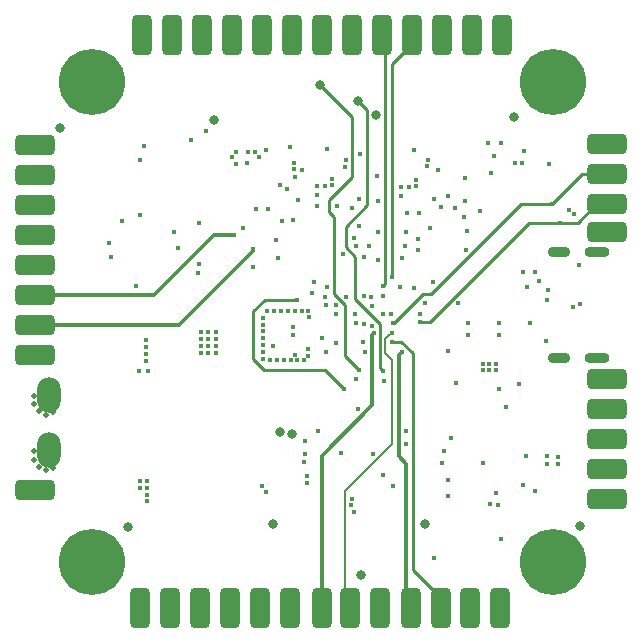
<source format=gbr>
%TF.GenerationSoftware,KiCad,Pcbnew,7.0.8*%
%TF.CreationDate,2024-02-20T09:26:03+00:00*%
%TF.ProjectId,CuttleBoard_8Layers,43757474-6c65-4426-9f61-72645f384c61,rev?*%
%TF.SameCoordinates,Original*%
%TF.FileFunction,Copper,L7,Inr*%
%TF.FilePolarity,Positive*%
%FSLAX46Y46*%
G04 Gerber Fmt 4.6, Leading zero omitted, Abs format (unit mm)*
G04 Created by KiCad (PCBNEW 7.0.8) date 2024-02-20 09:26:03*
%MOMM*%
%LPD*%
G01*
G04 APERTURE LIST*
G04 Aperture macros list*
%AMRoundRect*
0 Rectangle with rounded corners*
0 $1 Rounding radius*
0 $2 $3 $4 $5 $6 $7 $8 $9 X,Y pos of 4 corners*
0 Add a 4 corners polygon primitive as box body*
4,1,4,$2,$3,$4,$5,$6,$7,$8,$9,$2,$3,0*
0 Add four circle primitives for the rounded corners*
1,1,$1+$1,$2,$3*
1,1,$1+$1,$4,$5*
1,1,$1+$1,$6,$7*
1,1,$1+$1,$8,$9*
0 Add four rect primitives between the rounded corners*
20,1,$1+$1,$2,$3,$4,$5,0*
20,1,$1+$1,$4,$5,$6,$7,0*
20,1,$1+$1,$6,$7,$8,$9,0*
20,1,$1+$1,$8,$9,$2,$3,0*%
G04 Aperture macros list end*
%TA.AperFunction,CastellatedPad*%
%ADD10RoundRect,0.425000X-0.425000X-1.275000X0.425000X-1.275000X0.425000X1.275000X-0.425000X1.275000X0*%
%TD*%
%TA.AperFunction,CastellatedPad*%
%ADD11RoundRect,0.425000X0.425000X1.275000X-0.425000X1.275000X-0.425000X-1.275000X0.425000X-1.275000X0*%
%TD*%
%TA.AperFunction,ComponentPad*%
%ADD12C,5.600000*%
%TD*%
%TA.AperFunction,CastellatedPad*%
%ADD13RoundRect,0.425000X1.275000X-0.425000X1.275000X0.425000X-1.275000X0.425000X-1.275000X-0.425000X0*%
%TD*%
%TA.AperFunction,CastellatedPad*%
%ADD14RoundRect,0.425000X-1.275000X0.425000X-1.275000X-0.425000X1.275000X-0.425000X1.275000X0.425000X0*%
%TD*%
%TA.AperFunction,ComponentPad*%
%ADD15C,0.500000*%
%TD*%
%TA.AperFunction,ComponentPad*%
%ADD16O,2.000000X3.000000*%
%TD*%
%TA.AperFunction,ComponentPad*%
%ADD17O,2.108200X0.914400*%
%TD*%
%TA.AperFunction,ComponentPad*%
%ADD18O,1.905000X0.914400*%
%TD*%
%TA.AperFunction,ViaPad*%
%ADD19C,0.450000*%
%TD*%
%TA.AperFunction,ViaPad*%
%ADD20C,0.800000*%
%TD*%
%TA.AperFunction,Conductor*%
%ADD21C,0.250000*%
%TD*%
%TA.AperFunction,Conductor*%
%ADD22C,0.300000*%
%TD*%
%TA.AperFunction,Conductor*%
%ADD23C,0.200000*%
%TD*%
G04 APERTURE END LIST*
D10*
%TO.N,+5V*%
%TO.C,5V*%
X135240000Y-74772600D03*
D11*
X135240000Y-74772800D03*
%TD*%
D12*
%TO.N,GND*%
%TO.C,H4*%
X142100000Y-78700000D03*
%TD*%
D10*
%TO.N,GND*%
%TO.C,GND*%
X127508000Y-123222100D03*
D11*
X127508000Y-123222300D03*
%TD*%
D13*
%TO.N,GND*%
%TO.C,TP28*%
X98289800Y-101840000D03*
D14*
X98290000Y-101840000D03*
%TD*%
D13*
%TO.N,GND*%
%TO.C,GND*%
X146699800Y-106380000D03*
D14*
X146700000Y-106380000D03*
%TD*%
D10*
%TO.N,+12V*%
%TO.C,12V*%
X107188000Y-123222100D03*
D11*
X107188000Y-123222300D03*
%TD*%
D10*
%TO.N,GND*%
%TO.C,GND*%
X109728000Y-123222100D03*
D11*
X109728000Y-123222300D03*
%TD*%
D10*
%TO.N,UART9_TX*%
%TO.C,TX*%
X124968000Y-123222100D03*
D11*
X124968000Y-123222300D03*
%TD*%
D10*
%TO.N,GND*%
%TO.C,GND*%
X114808000Y-123222100D03*
D11*
X114808000Y-123222300D03*
%TD*%
D13*
%TO.N,+5V*%
%TO.C,5V*%
X146699800Y-103840000D03*
D14*
X146700000Y-103840000D03*
%TD*%
D10*
%TO.N,+12V*%
%TO.C,12V*%
X107300000Y-74765500D03*
D11*
X107300000Y-74765700D03*
%TD*%
D10*
%TO.N,I2C1_SCL*%
%TO.C,SCL*%
X120000000Y-74778100D03*
D11*
X120000000Y-74778300D03*
%TD*%
D13*
%TO.N,SWDIO*%
%TO.C,CLK*%
X146702900Y-111460000D03*
D14*
X146703100Y-111460000D03*
%TD*%
D13*
%TO.N,GND*%
%TO.C,GND*%
X98289800Y-86600000D03*
D14*
X98290000Y-86600000D03*
%TD*%
D10*
%TO.N,GND*%
%TO.C,GND*%
X137780000Y-74782900D03*
D11*
X137780000Y-74783100D03*
%TD*%
D13*
%TO.N,SWDCLK*%
%TO.C,IO*%
X146700000Y-114000000D03*
D14*
X146700200Y-114000000D03*
%TD*%
D13*
%TO.N,I2C4_SCL*%
%TO.C,SCL*%
X98289800Y-96760000D03*
D14*
X98290000Y-96760000D03*
%TD*%
D15*
%TO.N,/Coil+*%
%TO.C,TP1*%
X99200000Y-111600000D03*
X99800000Y-111400000D03*
X98600000Y-111300000D03*
X98200000Y-110700000D03*
X98200000Y-110000000D03*
D16*
X99400000Y-109900000D03*
%TD*%
D10*
%TO.N,UART4_RX*%
%TO.C,RX*%
X127620000Y-74772600D03*
D11*
X127620000Y-74772800D03*
%TD*%
D13*
%TO.N,I2C4_SDA*%
%TO.C,SDA*%
X98289800Y-99300000D03*
D14*
X98290000Y-99300000D03*
%TD*%
D13*
%TO.N,UART7_RX*%
%TO.C,RX*%
X98289800Y-89140000D03*
D14*
X98290000Y-89140000D03*
%TD*%
D10*
%TO.N,UART3_TX*%
%TO.C,RX*%
X130050000Y-123220000D03*
D11*
X130050000Y-123220200D03*
%TD*%
D13*
%TO.N,NRST*%
%TO.C,NRST*%
X146699800Y-108920000D03*
D14*
X146700000Y-108920000D03*
%TD*%
D10*
%TO.N,GND*%
%TO.C,GND*%
X132700000Y-74772600D03*
D11*
X132700000Y-74772800D03*
%TD*%
D17*
%TO.N,N/C*%
%TO.C,J1*%
X145847200Y-93150000D03*
X145847200Y-102050000D03*
D18*
X142647199Y-93150000D03*
X142647199Y-102050000D03*
%TD*%
D13*
%TO.N,I2C3_SDA*%
%TO.C,SDA*%
X146706000Y-86495000D03*
D14*
X146706200Y-86495000D03*
%TD*%
D10*
%TO.N,+5V*%
%TO.C,5V*%
X137668000Y-123216400D03*
D11*
X137668000Y-123216600D03*
%TD*%
D12*
%TO.N,GND*%
%TO.C,H3*%
X103100000Y-78700000D03*
%TD*%
D15*
%TO.N,/BattPad-*%
%TO.C,TP2*%
X99200000Y-106900000D03*
X99800000Y-106700000D03*
X98600000Y-106600000D03*
X98200000Y-106000000D03*
X98200000Y-105300000D03*
D16*
X99400000Y-105200000D03*
%TD*%
D10*
%TO.N,GND*%
%TO.C,GND*%
X119888000Y-123222100D03*
D11*
X119888000Y-123222300D03*
%TD*%
D13*
%TO.N,GND*%
%TO.C,TP29*%
X98289800Y-94220000D03*
D14*
X98290000Y-94220000D03*
%TD*%
D10*
%TO.N,UART9_RX*%
%TO.C,RX*%
X122521800Y-123222100D03*
D11*
X122521800Y-123222300D03*
%TD*%
D13*
%TO.N,UART7_TX*%
%TO.C,TX*%
X98289800Y-91680000D03*
D14*
X98290000Y-91680000D03*
%TD*%
D10*
%TO.N,+3V3*%
%TO.C,3.3V*%
X117348000Y-123222100D03*
D11*
X117348000Y-123222300D03*
%TD*%
D10*
%TO.N,GND*%
%TO.C,GND*%
X125080000Y-74779300D03*
D11*
X125080000Y-74779500D03*
%TD*%
D12*
%TO.N,GND*%
%TO.C,H2*%
X103100000Y-119400000D03*
%TD*%
D13*
%TO.N,I2C3_SCL*%
%TO.C,SCL*%
X146706000Y-89035000D03*
D14*
X146706200Y-89035000D03*
%TD*%
%TO.N,GND*%
%TO.C,GND*%
X146710200Y-91440000D03*
D13*
X146710000Y-91440000D03*
%TD*%
D10*
%TO.N,GND*%
%TO.C,GND*%
X117460000Y-74771400D03*
D11*
X117460000Y-74771600D03*
%TD*%
D10*
%TO.N,I2C1_SDA*%
%TO.C,SDA*%
X122540000Y-74778100D03*
D11*
X122540000Y-74778300D03*
%TD*%
D10*
%TO.N,+3V3*%
%TO.C,3.3V*%
X112380000Y-74765500D03*
D11*
X112380000Y-74765700D03*
%TD*%
D10*
%TO.N,+3V3*%
%TO.C,3.3V*%
X114920000Y-74765500D03*
D11*
X114920000Y-74765700D03*
%TD*%
D13*
%TO.N,+3V3*%
%TO.C,3.3V*%
X98289800Y-84060000D03*
D14*
X98290000Y-84060000D03*
%TD*%
D10*
%TO.N,UART3_RX*%
%TO.C,TX*%
X132590000Y-123220000D03*
D11*
X132590000Y-123220200D03*
%TD*%
D13*
%TO.N,GND*%
%TO.C,GND*%
X98289800Y-113300000D03*
D14*
X98290000Y-113300000D03*
%TD*%
D13*
%TO.N,GND*%
%TO.C,GND*%
X146702900Y-83960000D03*
D14*
X146703100Y-83960000D03*
%TD*%
D10*
%TO.N,+3V3*%
%TO.C,3.3V*%
X112268000Y-123222100D03*
D11*
X112268000Y-123222300D03*
%TD*%
D10*
%TO.N,GND*%
%TO.C,GND*%
X135128000Y-123216400D03*
D11*
X135128000Y-123216600D03*
%TD*%
D12*
%TO.N,GND*%
%TO.C,H1*%
X142100000Y-119400000D03*
%TD*%
D10*
%TO.N,UART4_TX*%
%TO.C,TX*%
X130160000Y-74766700D03*
D11*
X130160000Y-74766900D03*
%TD*%
D10*
%TO.N,GND*%
%TO.C,GND*%
X109840000Y-74765500D03*
D11*
X109840000Y-74765700D03*
%TD*%
D19*
%TO.N,GND*%
X125225000Y-115100000D03*
X117000000Y-89450000D03*
X124160000Y-110150000D03*
X144300000Y-94250000D03*
X131278571Y-97424897D03*
X120500000Y-88700000D03*
X118152800Y-102300000D03*
X107105000Y-112490000D03*
X112925000Y-99925000D03*
X107105000Y-113070000D03*
X115250000Y-85675000D03*
X112925000Y-100505000D03*
X117575400Y-99840600D03*
X137300000Y-113550000D03*
X138900000Y-85600000D03*
X123830000Y-89200002D03*
X142550000Y-110450000D03*
X124550000Y-85350000D03*
X121480000Y-98590000D03*
X123000000Y-84400000D03*
X141600000Y-110400000D03*
X118732800Y-102300000D03*
X141600000Y-111025000D03*
X124475000Y-85900000D03*
X136800000Y-114450000D03*
X121052800Y-102300000D03*
X140600000Y-94800000D03*
X121900000Y-95650000D03*
X129650000Y-108250000D03*
X112300000Y-99925000D03*
X107730000Y-112490000D03*
X141500000Y-100650000D03*
X136900000Y-86400000D03*
X121000000Y-110900000D03*
X134900000Y-99100000D03*
X139700000Y-84600000D03*
X117575400Y-101000600D03*
X134900000Y-100100000D03*
X104492500Y-92350000D03*
X132750000Y-110950000D03*
X119672800Y-98120000D03*
X133475000Y-108900000D03*
X105600000Y-90450000D03*
X107730000Y-114230000D03*
X123725000Y-100800000D03*
X111500000Y-83650000D03*
X113550000Y-100505000D03*
X125100000Y-114000000D03*
X127280000Y-88760000D03*
X120100000Y-99500000D03*
X107730000Y-113070000D03*
X121075000Y-110200000D03*
X120200000Y-85600000D03*
X130350000Y-84500000D03*
X136200000Y-110970000D03*
X107625000Y-100600000D03*
X120900000Y-86150000D03*
X107625000Y-102340000D03*
X119892800Y-102300000D03*
X122100000Y-89200000D03*
X117575400Y-102160600D03*
X120250000Y-101825000D03*
X107625000Y-101760000D03*
X117930000Y-98120000D03*
X106792500Y-96025000D03*
X120200000Y-86100000D03*
X107850000Y-103225000D03*
X118000000Y-89450000D03*
X126105393Y-96808299D03*
X137500000Y-99100000D03*
X131980000Y-95650000D03*
X137450000Y-114500000D03*
X140200000Y-99150000D03*
X112300000Y-101665000D03*
X118510000Y-98120000D03*
X131475000Y-85875000D03*
X132340000Y-86190000D03*
X118380000Y-101100000D03*
X104717500Y-93550000D03*
X113550000Y-101665000D03*
X117575400Y-101580600D03*
X119312800Y-102300000D03*
X122250000Y-108249998D03*
X120252800Y-98120000D03*
X127280000Y-91460000D03*
X112150000Y-90700000D03*
X120300000Y-86800000D03*
X112300000Y-100505000D03*
X132850000Y-109950000D03*
X117800000Y-113400000D03*
X120832800Y-98120000D03*
X117575400Y-100420600D03*
X107025000Y-103225000D03*
X127175000Y-86650000D03*
X129640000Y-91450000D03*
X134540000Y-90160000D03*
X121412800Y-101330000D03*
X112925000Y-101085000D03*
X125025000Y-114525000D03*
X120472800Y-102300000D03*
X121412800Y-101910000D03*
X137700000Y-83900000D03*
X116750000Y-94350000D03*
X131550000Y-85325000D03*
X137500000Y-100100000D03*
X122820529Y-96910948D03*
X112093940Y-94859402D03*
X139850000Y-110370000D03*
X112300000Y-101085000D03*
X112925000Y-101665000D03*
X117500000Y-112900000D03*
X107730000Y-113650000D03*
X139900000Y-96100000D03*
X142550000Y-111025000D03*
X121075000Y-109150000D03*
X121340000Y-98140000D03*
X115300000Y-84624500D03*
X117840000Y-84500000D03*
X136600000Y-83900000D03*
X134719738Y-92919738D03*
X117575400Y-99260600D03*
X119090000Y-98120000D03*
X127740000Y-98400000D03*
X129725000Y-89775500D03*
X114900000Y-85100000D03*
X137100000Y-85000000D03*
X117580000Y-98680000D03*
X113550000Y-101085000D03*
X129650000Y-109400000D03*
X129570000Y-92640000D03*
X139500000Y-85600000D03*
X130750000Y-89775000D03*
X133860000Y-104230000D03*
X126900000Y-110200000D03*
X113550000Y-99925000D03*
X125400175Y-99149771D03*
X125800000Y-84799998D03*
X120100000Y-100100000D03*
X107625000Y-101180000D03*
X141800000Y-85700000D03*
%TO.N,Net-(U1-EN)*%
X133250000Y-113800000D03*
X139600000Y-112800000D03*
X133250000Y-112450000D03*
%TO.N,Net-(C11-Pad1)*%
X138100000Y-106270000D03*
X140610000Y-113375500D03*
%TO.N,Net-(U3-EN)*%
X121325000Y-112675000D03*
X121325000Y-112075000D03*
X127725000Y-112025000D03*
%TO.N,Net-(U2B-VFBSMPS)*%
X122921116Y-97616105D03*
X126806664Y-99361369D03*
X126750500Y-97709274D03*
X127745500Y-96818347D03*
%TO.N,+5V*%
X137580000Y-104730000D03*
X136730000Y-103130000D03*
X143850000Y-89900000D03*
X137250000Y-103140000D03*
X136200000Y-102600000D03*
X139200000Y-104300000D03*
X136200000Y-103100000D03*
X137290000Y-102630000D03*
X143437250Y-89524500D03*
X136710000Y-102600000D03*
%TO.N,USB_VBUS*%
X141721800Y-96342200D03*
X134080000Y-97450500D03*
%TO.N,Net-(U2B-VLXSMPS)*%
X123712659Y-97599874D03*
D20*
%TO.N,+12V*%
X118400000Y-116150000D03*
X100400000Y-82600000D03*
X106106119Y-116400000D03*
X131310979Y-116185577D03*
X118975000Y-108375000D03*
X119987500Y-108502500D03*
X127100000Y-81500000D03*
X138800000Y-81700000D03*
X144400000Y-116300000D03*
X113450000Y-81900000D03*
D19*
%TO.N,+3V3*%
X130500000Y-87500000D03*
X116260000Y-84670000D03*
X123400000Y-87425000D03*
X122579998Y-100390000D03*
X126747052Y-96908932D03*
X122875000Y-101550000D03*
D20*
X125900000Y-120500000D03*
D19*
X126122689Y-99217311D03*
X115865000Y-91100000D03*
X110350006Y-92800000D03*
X122987969Y-96065725D03*
X122125000Y-87525000D03*
X134674500Y-88790000D03*
X127800000Y-104000000D03*
X123400000Y-86950000D03*
X107163200Y-89986800D03*
X128418807Y-98324500D03*
X119850000Y-84250000D03*
X135900000Y-89675000D03*
X116900000Y-84624500D03*
X112100000Y-94150000D03*
X125425500Y-92600000D03*
X129230178Y-88344822D03*
X121724646Y-96595353D03*
X129225000Y-87600000D03*
X107475000Y-84150000D03*
X134650000Y-86825000D03*
X125336809Y-98399500D03*
X117181037Y-85054300D03*
X125400000Y-103900000D03*
X122100000Y-88275000D03*
X116200000Y-85545474D03*
X107150000Y-85350000D03*
X122800000Y-87525000D03*
X129900000Y-87600000D03*
X130500000Y-87025000D03*
X126570000Y-92590000D03*
%TO.N,/PA9_USB_VBUS_sense*%
X139600000Y-94850000D03*
X130824000Y-98393284D03*
%TO.N,I2C3_SCL*%
X142700000Y-90650000D03*
X130824000Y-99042787D03*
%TO.N,I2C3_SDA*%
X128597500Y-99140367D03*
X142030000Y-89039998D03*
D20*
%TO.N,I2C2_SCL*%
X125622300Y-80297700D03*
D19*
X137700000Y-117400000D03*
X127750000Y-103225000D03*
%TO.N,I2C2_SDA*%
X132000000Y-119000000D03*
X125700000Y-103100000D03*
D20*
X122400000Y-79000000D03*
D19*
%TO.N,/USB_D-*%
X141597878Y-97207878D03*
X143769700Y-97759537D03*
%TO.N,MOSI_GYRO*%
X119200000Y-90500000D03*
X112708833Y-82840000D03*
X125099994Y-89419994D03*
X125230000Y-91890000D03*
X132050000Y-88640000D03*
X119000000Y-87400000D03*
X130670002Y-91990000D03*
%TO.N,MISO_GYRO*%
X131721800Y-91071800D03*
X119600000Y-87800010D03*
X125709999Y-88629999D03*
X125725000Y-90900000D03*
X132600000Y-89297568D03*
X120100000Y-90400000D03*
%TO.N,I2C4_SCL*%
X115100000Y-91640000D03*
%TO.N,Net-(J1-CC2)*%
X144425908Y-97507134D03*
X140925000Y-95550000D03*
%TO.N,Net-(U2A-BOOT0)*%
X127300000Y-93800000D03*
X134800000Y-91300000D03*
%TO.N,I2C1_SCL*%
X124603751Y-96914109D03*
X124310000Y-93300000D03*
%TO.N,I2C1_SDA*%
X126100000Y-93550000D03*
%TO.N,I2C4_SDA*%
X116750000Y-92900000D03*
X123724749Y-98400239D03*
X118662500Y-92112500D03*
%TO.N,CS_FLASH*%
X118800000Y-93610000D03*
X110025000Y-91450000D03*
%TO.N,CS_IMU1*%
X133200000Y-88390000D03*
X130675490Y-92985000D03*
%TO.N,INT_IMU1*%
X129313373Y-93611612D03*
X133830000Y-89390000D03*
%TO.N,Net-(C50-Pad1)*%
X125600000Y-106400000D03*
X128600000Y-112900000D03*
%TO.N,SWDCLK*%
X129149439Y-96119439D03*
%TO.N,SWDIO*%
X130304694Y-96155313D03*
%TO.N,UART4_RX*%
X127705584Y-96018773D03*
%TO.N,UART4_TX*%
X128510000Y-95211188D03*
%TO.N,UART7_RX*%
X126068046Y-100743044D03*
%TO.N,UART7_TX*%
X126175012Y-101550000D03*
%TO.N,UART9_RX*%
X126925006Y-100000000D03*
%TO.N,UART9_TX*%
X128523080Y-99998080D03*
%TO.N,NRST*%
X133200000Y-101500000D03*
X120400000Y-97200000D03*
X124400000Y-104700500D03*
%TO.N,UART3_RX*%
X128444641Y-100695347D03*
%TO.N,UART3_TX*%
X129303041Y-101559405D03*
%TD*%
D21*
%TO.N,UART4_RX*%
X127860000Y-95864357D02*
X127860000Y-74292600D01*
X127860000Y-74292600D02*
X127900000Y-74252600D01*
X127705584Y-96018773D02*
X127860000Y-95864357D01*
D22*
%TO.N,UART3_TX*%
X129050000Y-110377818D02*
X129708333Y-111036151D01*
X129303041Y-101559405D02*
X129050000Y-101812446D01*
X129050000Y-101812446D02*
X129050000Y-110377818D01*
X129708333Y-111036151D02*
X129708333Y-122078333D01*
D21*
%TO.N,I2C3_SCL*%
X140095137Y-90650000D02*
X142700000Y-90650000D01*
X130824000Y-99042787D02*
X131702350Y-99042787D01*
X131702350Y-99042787D02*
X140095137Y-90650000D01*
%TO.N,I2C3_SDA*%
X128597500Y-99140367D02*
X128659633Y-99140367D01*
X128659633Y-99140367D02*
X131100000Y-96700000D01*
X131100000Y-96700000D02*
X131780000Y-96700000D01*
X131780000Y-96700000D02*
X139430000Y-89050000D01*
X139430000Y-89050000D02*
X142000000Y-89050000D01*
X144550000Y-86500000D02*
X145901000Y-86500000D01*
X142000000Y-89050000D02*
X144550000Y-86500000D01*
D22*
%TO.N,UART9_RX*%
X122521800Y-122422100D02*
X122521800Y-110353200D01*
X122521800Y-110353200D02*
X126825000Y-106050000D01*
X126825000Y-100100006D02*
X126925006Y-100000000D01*
X126825000Y-106050000D02*
X126825000Y-100100006D01*
D21*
%TO.N,UART3_RX*%
X132590000Y-122420000D02*
X130225000Y-120055000D01*
X130225000Y-120055000D02*
X130225000Y-101704253D01*
X128444641Y-100695347D02*
X129216094Y-100695347D01*
X129216094Y-100695347D02*
X130225000Y-101704253D01*
%TO.N,I2C2_SCL*%
X126375000Y-89162818D02*
X126375000Y-81050400D01*
X127490000Y-102965000D02*
X127490000Y-99240000D01*
X126375000Y-81050400D02*
X125622300Y-80297700D01*
X127750000Y-103225000D02*
X127490000Y-102965000D01*
X125375000Y-93550000D02*
X124550000Y-92725000D01*
X127490000Y-99240000D02*
X125375000Y-97125000D01*
X125375000Y-97125000D02*
X125375000Y-93550000D01*
X124550000Y-92725000D02*
X124550000Y-90987818D01*
X124550000Y-90987818D02*
X126375000Y-89162818D01*
%TO.N,I2C3_SCL*%
X142700000Y-90650000D02*
X144221000Y-90650000D01*
X144221000Y-90650000D02*
X145871000Y-89000000D01*
%TO.N,I2C2_SDA*%
X125700000Y-103100000D02*
X124480000Y-101880000D01*
X125100000Y-81700000D02*
X122400000Y-79000000D01*
X123610000Y-96710000D02*
X123610000Y-90182463D01*
X123610000Y-90182463D02*
X123185000Y-89757463D01*
X123185000Y-88705000D02*
X125100000Y-86790000D01*
X123185000Y-89757463D02*
X123185000Y-88705000D01*
X124480000Y-97580000D02*
X123610000Y-96710000D01*
X125100000Y-86790000D02*
X125100000Y-81700000D01*
X124480000Y-101880000D02*
X124480000Y-97580000D01*
D22*
%TO.N,I2C4_SCL*%
X108307182Y-96760000D02*
X99090000Y-96760000D01*
X115100000Y-91640000D02*
X113427182Y-91640000D01*
X113427182Y-91640000D02*
X108307182Y-96760000D01*
%TO.N,I2C4_SDA*%
X110450000Y-99300000D02*
X116750000Y-93000000D01*
X116750000Y-93000000D02*
X116750000Y-92900000D01*
X99090000Y-99300000D02*
X110450000Y-99300000D01*
D21*
%TO.N,UART4_TX*%
X130100000Y-75626900D02*
X128510000Y-77216900D01*
X128510000Y-77216900D02*
X128510000Y-95211188D01*
D23*
%TO.N,UART9_TX*%
X128500000Y-102250000D02*
X128500000Y-109352463D01*
X128354268Y-100033269D02*
X127914647Y-100472890D01*
X124500000Y-113352463D02*
X124500000Y-121954100D01*
X127914647Y-101664647D02*
X128500000Y-102250000D01*
X128500000Y-109352463D02*
X124500000Y-113352463D01*
X127914647Y-100472890D02*
X127914647Y-101664647D01*
X128523080Y-100033269D02*
X128354268Y-100033269D01*
X124500000Y-121954100D02*
X124968000Y-122422100D01*
D21*
%TO.N,NRST*%
X116750000Y-98150000D02*
X117700000Y-97200000D01*
X117680000Y-103100000D02*
X116750000Y-102170000D01*
D23*
X124400000Y-104700500D02*
X124400000Y-104700000D01*
D21*
X122800000Y-103100000D02*
X117680000Y-103100000D01*
X116750000Y-102170000D02*
X116750000Y-98150000D01*
X117700000Y-97200000D02*
X120400000Y-97200000D01*
X124400000Y-104700000D02*
X122800000Y-103100000D01*
%TD*%
M02*

</source>
